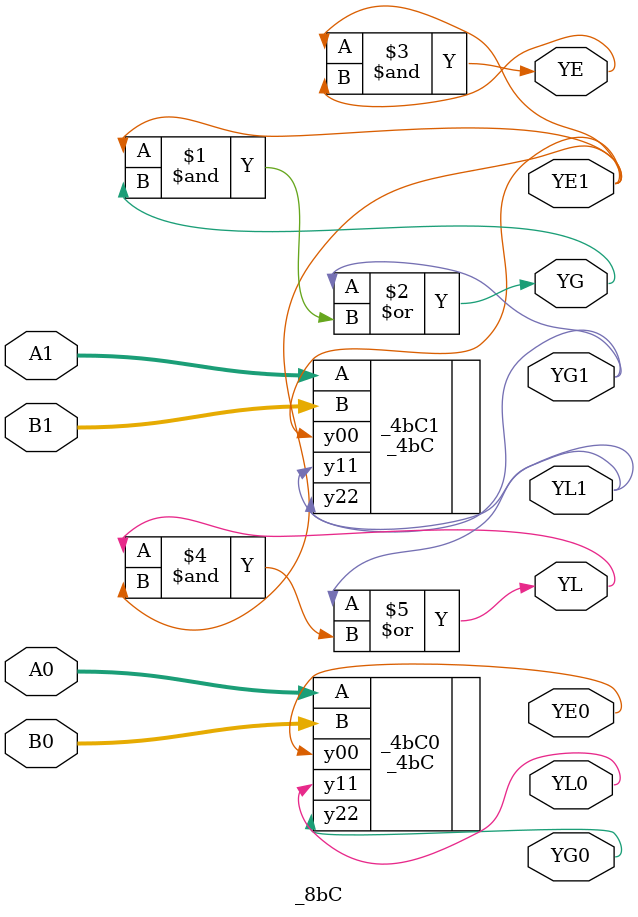
<source format=v>
`timescale 1ns / 1ps


module _8bC(
input [3:0]A0,B0,A1,B1,
output YG0,YE0,YL0,YG1,YE1,YL1,YG,YE,YL
);
    
_4bC _4bC0(.A(A0),.B(B0),.y00(YE0),.y11(YL0),.y22(YG0));
_4bC _4bC1(.A(A1),.B(B1),.y00(YE1),.y11(YL1),.y22(YG1));    
    
assign 
    YG=YG1|(YE1&YG),    
    YE=YE1&YE,
    YL=YL1|(YL&YE1);
    
endmodule

</source>
